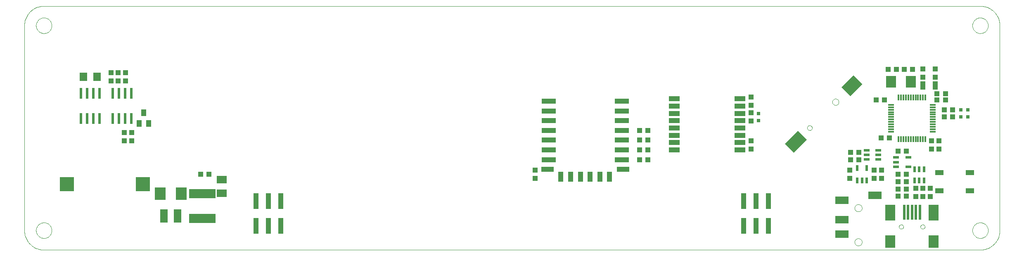
<source format=gtp>
G75*
G70*
%OFA0B0*%
%FSLAX24Y24*%
%IPPOS*%
%LPD*%
%AMOC8*
5,1,8,0,0,1.08239X$1,22.5*
%
%ADD10C,0.0000*%
%ADD11R,0.0433X0.0394*%
%ADD12R,0.1024X0.1476*%
%ADD13R,0.1024X0.1378*%
%ADD14R,0.0394X0.0433*%
%ADD15R,0.0315X0.0315*%
%ADD16R,0.0787X0.0984*%
%ADD17R,0.0787X0.1299*%
%ADD18R,0.0197X0.1220*%
%ADD19R,0.0472X0.0217*%
%ADD20R,0.1181X0.1181*%
%ADD21R,0.0236X0.0866*%
%ADD22R,0.0394X0.0551*%
%ADD23R,0.0630X0.0710*%
%ADD24R,0.0906X0.0984*%
%ADD25R,0.2165X0.0728*%
%ADD26R,0.0630X0.1063*%
%ADD27R,0.0787X0.0630*%
%ADD28R,0.0709X0.0433*%
%ADD29R,0.0118X0.0472*%
%ADD30R,0.0472X0.0118*%
%ADD31R,0.0236X0.0472*%
%ADD32R,0.0472X0.0236*%
%ADD33R,0.1102X0.0591*%
%ADD34R,0.0787X0.0945*%
%ADD35R,0.0217X0.0472*%
%ADD36R,0.0394X0.0709*%
%ADD37R,0.0860X0.0420*%
%ADD38R,0.0400X0.1300*%
%ADD39R,0.0394X0.0787*%
%ADD40R,0.0984X0.0394*%
%ADD41R,0.1181X0.0394*%
D10*
X001725Y000937D02*
X077315Y000937D01*
X076685Y002512D02*
X076687Y002562D01*
X076693Y002612D01*
X076703Y002661D01*
X076717Y002709D01*
X076734Y002756D01*
X076755Y002801D01*
X076780Y002845D01*
X076808Y002886D01*
X076840Y002925D01*
X076874Y002962D01*
X076911Y002996D01*
X076951Y003026D01*
X076993Y003053D01*
X077037Y003077D01*
X077083Y003098D01*
X077130Y003114D01*
X077178Y003127D01*
X077228Y003136D01*
X077277Y003141D01*
X077328Y003142D01*
X077378Y003139D01*
X077427Y003132D01*
X077476Y003121D01*
X077524Y003106D01*
X077570Y003088D01*
X077615Y003066D01*
X077658Y003040D01*
X077699Y003011D01*
X077738Y002979D01*
X077774Y002944D01*
X077806Y002906D01*
X077836Y002866D01*
X077863Y002823D01*
X077886Y002779D01*
X077905Y002733D01*
X077921Y002685D01*
X077933Y002636D01*
X077941Y002587D01*
X077945Y002537D01*
X077945Y002487D01*
X077941Y002437D01*
X077933Y002388D01*
X077921Y002339D01*
X077905Y002291D01*
X077886Y002245D01*
X077863Y002201D01*
X077836Y002158D01*
X077806Y002118D01*
X077774Y002080D01*
X077738Y002045D01*
X077699Y002013D01*
X077658Y001984D01*
X077615Y001958D01*
X077570Y001936D01*
X077524Y001918D01*
X077476Y001903D01*
X077427Y001892D01*
X077378Y001885D01*
X077328Y001882D01*
X077277Y001883D01*
X077228Y001888D01*
X077178Y001897D01*
X077130Y001910D01*
X077083Y001926D01*
X077037Y001947D01*
X076993Y001971D01*
X076951Y001998D01*
X076911Y002028D01*
X076874Y002062D01*
X076840Y002099D01*
X076808Y002138D01*
X076780Y002179D01*
X076755Y002223D01*
X076734Y002268D01*
X076717Y002315D01*
X076703Y002363D01*
X076693Y002412D01*
X076687Y002462D01*
X076685Y002512D01*
X077315Y000937D02*
X077392Y000939D01*
X077469Y000945D01*
X077546Y000954D01*
X077622Y000967D01*
X077698Y000984D01*
X077772Y001005D01*
X077846Y001029D01*
X077918Y001057D01*
X077988Y001088D01*
X078057Y001123D01*
X078125Y001161D01*
X078190Y001202D01*
X078253Y001247D01*
X078314Y001295D01*
X078373Y001345D01*
X078429Y001398D01*
X078482Y001454D01*
X078532Y001513D01*
X078580Y001574D01*
X078625Y001637D01*
X078666Y001702D01*
X078704Y001770D01*
X078739Y001839D01*
X078770Y001909D01*
X078798Y001981D01*
X078822Y002055D01*
X078843Y002129D01*
X078860Y002205D01*
X078873Y002281D01*
X078882Y002358D01*
X078888Y002435D01*
X078890Y002512D01*
X078890Y019048D01*
X076685Y019048D02*
X076687Y019098D01*
X076693Y019148D01*
X076703Y019197D01*
X076717Y019245D01*
X076734Y019292D01*
X076755Y019337D01*
X076780Y019381D01*
X076808Y019422D01*
X076840Y019461D01*
X076874Y019498D01*
X076911Y019532D01*
X076951Y019562D01*
X076993Y019589D01*
X077037Y019613D01*
X077083Y019634D01*
X077130Y019650D01*
X077178Y019663D01*
X077228Y019672D01*
X077277Y019677D01*
X077328Y019678D01*
X077378Y019675D01*
X077427Y019668D01*
X077476Y019657D01*
X077524Y019642D01*
X077570Y019624D01*
X077615Y019602D01*
X077658Y019576D01*
X077699Y019547D01*
X077738Y019515D01*
X077774Y019480D01*
X077806Y019442D01*
X077836Y019402D01*
X077863Y019359D01*
X077886Y019315D01*
X077905Y019269D01*
X077921Y019221D01*
X077933Y019172D01*
X077941Y019123D01*
X077945Y019073D01*
X077945Y019023D01*
X077941Y018973D01*
X077933Y018924D01*
X077921Y018875D01*
X077905Y018827D01*
X077886Y018781D01*
X077863Y018737D01*
X077836Y018694D01*
X077806Y018654D01*
X077774Y018616D01*
X077738Y018581D01*
X077699Y018549D01*
X077658Y018520D01*
X077615Y018494D01*
X077570Y018472D01*
X077524Y018454D01*
X077476Y018439D01*
X077427Y018428D01*
X077378Y018421D01*
X077328Y018418D01*
X077277Y018419D01*
X077228Y018424D01*
X077178Y018433D01*
X077130Y018446D01*
X077083Y018462D01*
X077037Y018483D01*
X076993Y018507D01*
X076951Y018534D01*
X076911Y018564D01*
X076874Y018598D01*
X076840Y018635D01*
X076808Y018674D01*
X076780Y018715D01*
X076755Y018759D01*
X076734Y018804D01*
X076717Y018851D01*
X076703Y018899D01*
X076693Y018948D01*
X076687Y018998D01*
X076685Y019048D01*
X077315Y020623D02*
X077392Y020621D01*
X077469Y020615D01*
X077546Y020606D01*
X077622Y020593D01*
X077698Y020576D01*
X077772Y020555D01*
X077846Y020531D01*
X077918Y020503D01*
X077988Y020472D01*
X078057Y020437D01*
X078125Y020399D01*
X078190Y020358D01*
X078253Y020313D01*
X078314Y020265D01*
X078373Y020215D01*
X078429Y020162D01*
X078482Y020106D01*
X078532Y020047D01*
X078580Y019986D01*
X078625Y019923D01*
X078666Y019858D01*
X078704Y019790D01*
X078739Y019721D01*
X078770Y019651D01*
X078798Y019579D01*
X078822Y019505D01*
X078843Y019431D01*
X078860Y019355D01*
X078873Y019279D01*
X078882Y019202D01*
X078888Y019125D01*
X078890Y019048D01*
X077315Y020622D02*
X001725Y020622D01*
X001095Y019048D02*
X001097Y019098D01*
X001103Y019148D01*
X001113Y019197D01*
X001127Y019245D01*
X001144Y019292D01*
X001165Y019337D01*
X001190Y019381D01*
X001218Y019422D01*
X001250Y019461D01*
X001284Y019498D01*
X001321Y019532D01*
X001361Y019562D01*
X001403Y019589D01*
X001447Y019613D01*
X001493Y019634D01*
X001540Y019650D01*
X001588Y019663D01*
X001638Y019672D01*
X001687Y019677D01*
X001738Y019678D01*
X001788Y019675D01*
X001837Y019668D01*
X001886Y019657D01*
X001934Y019642D01*
X001980Y019624D01*
X002025Y019602D01*
X002068Y019576D01*
X002109Y019547D01*
X002148Y019515D01*
X002184Y019480D01*
X002216Y019442D01*
X002246Y019402D01*
X002273Y019359D01*
X002296Y019315D01*
X002315Y019269D01*
X002331Y019221D01*
X002343Y019172D01*
X002351Y019123D01*
X002355Y019073D01*
X002355Y019023D01*
X002351Y018973D01*
X002343Y018924D01*
X002331Y018875D01*
X002315Y018827D01*
X002296Y018781D01*
X002273Y018737D01*
X002246Y018694D01*
X002216Y018654D01*
X002184Y018616D01*
X002148Y018581D01*
X002109Y018549D01*
X002068Y018520D01*
X002025Y018494D01*
X001980Y018472D01*
X001934Y018454D01*
X001886Y018439D01*
X001837Y018428D01*
X001788Y018421D01*
X001738Y018418D01*
X001687Y018419D01*
X001638Y018424D01*
X001588Y018433D01*
X001540Y018446D01*
X001493Y018462D01*
X001447Y018483D01*
X001403Y018507D01*
X001361Y018534D01*
X001321Y018564D01*
X001284Y018598D01*
X001250Y018635D01*
X001218Y018674D01*
X001190Y018715D01*
X001165Y018759D01*
X001144Y018804D01*
X001127Y018851D01*
X001113Y018899D01*
X001103Y018948D01*
X001097Y018998D01*
X001095Y019048D01*
X000150Y019048D02*
X000152Y019125D01*
X000158Y019202D01*
X000167Y019279D01*
X000180Y019355D01*
X000197Y019431D01*
X000218Y019505D01*
X000242Y019579D01*
X000270Y019651D01*
X000301Y019721D01*
X000336Y019790D01*
X000374Y019858D01*
X000415Y019923D01*
X000460Y019986D01*
X000508Y020047D01*
X000558Y020106D01*
X000611Y020162D01*
X000667Y020215D01*
X000726Y020265D01*
X000787Y020313D01*
X000850Y020358D01*
X000915Y020399D01*
X000983Y020437D01*
X001052Y020472D01*
X001122Y020503D01*
X001194Y020531D01*
X001268Y020555D01*
X001342Y020576D01*
X001418Y020593D01*
X001494Y020606D01*
X001571Y020615D01*
X001648Y020621D01*
X001725Y020623D01*
X000150Y019048D02*
X000150Y002512D01*
X001095Y002512D02*
X001097Y002562D01*
X001103Y002612D01*
X001113Y002661D01*
X001127Y002709D01*
X001144Y002756D01*
X001165Y002801D01*
X001190Y002845D01*
X001218Y002886D01*
X001250Y002925D01*
X001284Y002962D01*
X001321Y002996D01*
X001361Y003026D01*
X001403Y003053D01*
X001447Y003077D01*
X001493Y003098D01*
X001540Y003114D01*
X001588Y003127D01*
X001638Y003136D01*
X001687Y003141D01*
X001738Y003142D01*
X001788Y003139D01*
X001837Y003132D01*
X001886Y003121D01*
X001934Y003106D01*
X001980Y003088D01*
X002025Y003066D01*
X002068Y003040D01*
X002109Y003011D01*
X002148Y002979D01*
X002184Y002944D01*
X002216Y002906D01*
X002246Y002866D01*
X002273Y002823D01*
X002296Y002779D01*
X002315Y002733D01*
X002331Y002685D01*
X002343Y002636D01*
X002351Y002587D01*
X002355Y002537D01*
X002355Y002487D01*
X002351Y002437D01*
X002343Y002388D01*
X002331Y002339D01*
X002315Y002291D01*
X002296Y002245D01*
X002273Y002201D01*
X002246Y002158D01*
X002216Y002118D01*
X002184Y002080D01*
X002148Y002045D01*
X002109Y002013D01*
X002068Y001984D01*
X002025Y001958D01*
X001980Y001936D01*
X001934Y001918D01*
X001886Y001903D01*
X001837Y001892D01*
X001788Y001885D01*
X001738Y001882D01*
X001687Y001883D01*
X001638Y001888D01*
X001588Y001897D01*
X001540Y001910D01*
X001493Y001926D01*
X001447Y001947D01*
X001403Y001971D01*
X001361Y001998D01*
X001321Y002028D01*
X001284Y002062D01*
X001250Y002099D01*
X001218Y002138D01*
X001190Y002179D01*
X001165Y002223D01*
X001144Y002268D01*
X001127Y002315D01*
X001113Y002363D01*
X001103Y002412D01*
X001097Y002462D01*
X001095Y002512D01*
X000150Y002512D02*
X000152Y002435D01*
X000158Y002358D01*
X000167Y002281D01*
X000180Y002205D01*
X000197Y002129D01*
X000218Y002055D01*
X000242Y001981D01*
X000270Y001909D01*
X000301Y001839D01*
X000336Y001770D01*
X000374Y001702D01*
X000415Y001637D01*
X000460Y001574D01*
X000508Y001513D01*
X000558Y001454D01*
X000611Y001398D01*
X000667Y001345D01*
X000726Y001295D01*
X000787Y001247D01*
X000850Y001202D01*
X000915Y001161D01*
X000983Y001123D01*
X001052Y001088D01*
X001122Y001057D01*
X001194Y001029D01*
X001268Y001005D01*
X001342Y000984D01*
X001418Y000967D01*
X001494Y000954D01*
X001571Y000945D01*
X001648Y000939D01*
X001725Y000937D01*
X063349Y010790D02*
X063351Y010817D01*
X063357Y010844D01*
X063366Y010870D01*
X063379Y010894D01*
X063395Y010917D01*
X063414Y010936D01*
X063436Y010953D01*
X063460Y010967D01*
X063485Y010977D01*
X063512Y010984D01*
X063539Y010987D01*
X063567Y010986D01*
X063594Y010981D01*
X063620Y010973D01*
X063644Y010961D01*
X063667Y010945D01*
X063688Y010927D01*
X063705Y010906D01*
X063720Y010882D01*
X063731Y010857D01*
X063739Y010831D01*
X063743Y010804D01*
X063743Y010776D01*
X063739Y010749D01*
X063731Y010723D01*
X063720Y010698D01*
X063705Y010674D01*
X063688Y010653D01*
X063667Y010635D01*
X063645Y010619D01*
X063620Y010607D01*
X063594Y010599D01*
X063567Y010594D01*
X063539Y010593D01*
X063512Y010596D01*
X063485Y010603D01*
X063460Y010613D01*
X063436Y010627D01*
X063414Y010644D01*
X063395Y010663D01*
X063379Y010686D01*
X063366Y010710D01*
X063357Y010736D01*
X063351Y010763D01*
X063349Y010790D01*
X065378Y012878D02*
X065380Y012909D01*
X065386Y012940D01*
X065395Y012970D01*
X065408Y012999D01*
X065425Y013026D01*
X065445Y013050D01*
X065467Y013072D01*
X065493Y013091D01*
X065520Y013107D01*
X065549Y013119D01*
X065579Y013128D01*
X065610Y013133D01*
X065642Y013134D01*
X065673Y013131D01*
X065704Y013124D01*
X065734Y013114D01*
X065762Y013100D01*
X065788Y013082D01*
X065812Y013062D01*
X065833Y013038D01*
X065852Y013013D01*
X065867Y012985D01*
X065878Y012956D01*
X065886Y012925D01*
X065890Y012894D01*
X065890Y012862D01*
X065886Y012831D01*
X065878Y012800D01*
X065867Y012771D01*
X065852Y012743D01*
X065833Y012718D01*
X065812Y012694D01*
X065788Y012674D01*
X065762Y012656D01*
X065734Y012642D01*
X065704Y012632D01*
X065673Y012625D01*
X065642Y012622D01*
X065610Y012623D01*
X065579Y012628D01*
X065549Y012637D01*
X065520Y012649D01*
X065493Y012665D01*
X065467Y012684D01*
X065445Y012706D01*
X065425Y012730D01*
X065408Y012757D01*
X065395Y012786D01*
X065386Y012816D01*
X065380Y012847D01*
X065378Y012878D01*
X067178Y004323D02*
X067180Y004357D01*
X067186Y004391D01*
X067196Y004424D01*
X067209Y004455D01*
X067227Y004485D01*
X067247Y004513D01*
X067271Y004538D01*
X067297Y004560D01*
X067325Y004578D01*
X067356Y004594D01*
X067388Y004606D01*
X067422Y004614D01*
X067456Y004618D01*
X067490Y004618D01*
X067524Y004614D01*
X067558Y004606D01*
X067590Y004594D01*
X067620Y004578D01*
X067649Y004560D01*
X067675Y004538D01*
X067699Y004513D01*
X067719Y004485D01*
X067737Y004455D01*
X067750Y004424D01*
X067760Y004391D01*
X067766Y004357D01*
X067768Y004323D01*
X067766Y004289D01*
X067760Y004255D01*
X067750Y004222D01*
X067737Y004191D01*
X067719Y004161D01*
X067699Y004133D01*
X067675Y004108D01*
X067649Y004086D01*
X067621Y004068D01*
X067590Y004052D01*
X067558Y004040D01*
X067524Y004032D01*
X067490Y004028D01*
X067456Y004028D01*
X067422Y004032D01*
X067388Y004040D01*
X067356Y004052D01*
X067325Y004068D01*
X067297Y004086D01*
X067271Y004108D01*
X067247Y004133D01*
X067227Y004161D01*
X067209Y004191D01*
X067196Y004222D01*
X067186Y004255D01*
X067180Y004289D01*
X067178Y004323D01*
X070760Y002807D02*
X070762Y002833D01*
X070768Y002859D01*
X070778Y002884D01*
X070791Y002907D01*
X070807Y002927D01*
X070827Y002945D01*
X070849Y002960D01*
X070872Y002972D01*
X070898Y002980D01*
X070924Y002984D01*
X070950Y002984D01*
X070976Y002980D01*
X071002Y002972D01*
X071026Y002960D01*
X071047Y002945D01*
X071067Y002927D01*
X071083Y002907D01*
X071096Y002884D01*
X071106Y002859D01*
X071112Y002833D01*
X071114Y002807D01*
X071112Y002781D01*
X071106Y002755D01*
X071096Y002730D01*
X071083Y002707D01*
X071067Y002687D01*
X071047Y002669D01*
X071025Y002654D01*
X071002Y002642D01*
X070976Y002634D01*
X070950Y002630D01*
X070924Y002630D01*
X070898Y002634D01*
X070872Y002642D01*
X070848Y002654D01*
X070827Y002669D01*
X070807Y002687D01*
X070791Y002707D01*
X070778Y002730D01*
X070768Y002755D01*
X070762Y002781D01*
X070760Y002807D01*
X072493Y002807D02*
X072495Y002833D01*
X072501Y002859D01*
X072511Y002884D01*
X072524Y002907D01*
X072540Y002927D01*
X072560Y002945D01*
X072582Y002960D01*
X072605Y002972D01*
X072631Y002980D01*
X072657Y002984D01*
X072683Y002984D01*
X072709Y002980D01*
X072735Y002972D01*
X072759Y002960D01*
X072780Y002945D01*
X072800Y002927D01*
X072816Y002907D01*
X072829Y002884D01*
X072839Y002859D01*
X072845Y002833D01*
X072847Y002807D01*
X072845Y002781D01*
X072839Y002755D01*
X072829Y002730D01*
X072816Y002707D01*
X072800Y002687D01*
X072780Y002669D01*
X072758Y002654D01*
X072735Y002642D01*
X072709Y002634D01*
X072683Y002630D01*
X072657Y002630D01*
X072631Y002634D01*
X072605Y002642D01*
X072581Y002654D01*
X072560Y002669D01*
X072540Y002687D01*
X072524Y002707D01*
X072511Y002730D01*
X072501Y002755D01*
X072495Y002781D01*
X072493Y002807D01*
X067178Y001567D02*
X067180Y001601D01*
X067186Y001635D01*
X067196Y001668D01*
X067209Y001699D01*
X067227Y001729D01*
X067247Y001757D01*
X067271Y001782D01*
X067297Y001804D01*
X067325Y001822D01*
X067356Y001838D01*
X067388Y001850D01*
X067422Y001858D01*
X067456Y001862D01*
X067490Y001862D01*
X067524Y001858D01*
X067558Y001850D01*
X067590Y001838D01*
X067620Y001822D01*
X067649Y001804D01*
X067675Y001782D01*
X067699Y001757D01*
X067719Y001729D01*
X067737Y001699D01*
X067750Y001668D01*
X067760Y001635D01*
X067766Y001601D01*
X067768Y001567D01*
X067766Y001533D01*
X067760Y001499D01*
X067750Y001466D01*
X067737Y001435D01*
X067719Y001405D01*
X067699Y001377D01*
X067675Y001352D01*
X067649Y001330D01*
X067621Y001312D01*
X067590Y001296D01*
X067558Y001284D01*
X067524Y001276D01*
X067490Y001272D01*
X067456Y001272D01*
X067422Y001276D01*
X067388Y001284D01*
X067356Y001296D01*
X067325Y001312D01*
X067297Y001330D01*
X067271Y001352D01*
X067247Y001377D01*
X067227Y001405D01*
X067209Y001435D01*
X067196Y001466D01*
X067186Y001499D01*
X067180Y001533D01*
X067178Y001567D01*
D11*
X072099Y005229D03*
X072689Y005229D03*
X073280Y005229D03*
X073280Y005898D03*
X072689Y005898D03*
X072099Y005898D03*
X071351Y006449D03*
X070681Y006449D03*
X070681Y007040D03*
X071351Y007040D03*
X071351Y008910D03*
X070681Y008910D03*
X073969Y009067D03*
X073969Y009737D03*
X069973Y009993D03*
X069304Y009993D03*
X058811Y011331D03*
X058811Y012000D03*
X058811Y012611D03*
X058811Y013280D03*
X068910Y013044D03*
X069579Y013044D03*
X073831Y013044D03*
X074500Y013044D03*
X074500Y013536D03*
X073831Y013536D03*
X071843Y015504D03*
X071174Y015504D03*
X070563Y015504D03*
X069894Y015504D03*
X007729Y015248D03*
X007729Y014579D03*
D12*
G36*
X062591Y010559D02*
X063315Y009835D01*
X062273Y008793D01*
X061549Y009517D01*
X062591Y010559D01*
G37*
D13*
G36*
X067081Y015049D02*
X067805Y014325D01*
X066831Y013351D01*
X066107Y014075D01*
X067081Y015049D01*
G37*
D14*
X072689Y014874D03*
X073674Y014874D03*
X073674Y015544D03*
X072689Y015544D03*
X074422Y012256D03*
X075091Y012256D03*
X075091Y011666D03*
X074422Y011666D03*
X073378Y009737D03*
X073378Y009067D03*
X067512Y008811D03*
X066843Y008811D03*
X066843Y008221D03*
X067512Y008221D03*
X066784Y007374D03*
X068752Y007374D03*
X069343Y007374D03*
X069343Y006705D03*
X068752Y006705D03*
X066784Y006705D03*
X070681Y005859D03*
X071351Y005859D03*
X071351Y005268D03*
X070681Y005268D03*
X058811Y009067D03*
X058811Y009737D03*
X050485Y009796D03*
X049815Y009796D03*
X049815Y010583D03*
X050485Y010583D03*
X050485Y009008D03*
X049815Y009008D03*
X049815Y008221D03*
X050485Y008221D03*
X041390Y007374D03*
X041390Y006705D03*
X015052Y007040D03*
X014382Y007040D03*
X008811Y009756D03*
X008221Y009756D03*
X008221Y010426D03*
X008811Y010426D03*
X008319Y014579D03*
X007138Y014579D03*
X007138Y015248D03*
X008319Y015248D03*
D15*
X059402Y011961D03*
X059402Y011370D03*
X075741Y011666D03*
X076331Y011666D03*
X076331Y012256D03*
X075741Y012256D03*
D16*
X073556Y001626D03*
X070052Y001626D03*
D17*
X070052Y003949D03*
X073556Y003949D03*
D18*
X072433Y003989D03*
X072119Y003989D03*
X071804Y003989D03*
X071489Y003989D03*
X071174Y003989D03*
D19*
X071528Y007650D03*
X070504Y007650D03*
X070504Y008024D03*
X070504Y008398D03*
X071528Y008398D03*
D20*
X009717Y006252D03*
X003575Y006252D03*
D21*
X004715Y011528D03*
X005215Y011528D03*
X005715Y011528D03*
X006215Y011528D03*
X007274Y011528D03*
X007774Y011528D03*
X008274Y011528D03*
X008774Y011528D03*
X008774Y013575D03*
X008274Y013575D03*
X007774Y013575D03*
X007274Y013575D03*
X006215Y013575D03*
X005715Y013575D03*
X005215Y013575D03*
X004715Y013575D03*
D22*
X009796Y012000D03*
X010170Y011134D03*
X009422Y011134D03*
D23*
X006025Y014914D03*
X004905Y014914D03*
D24*
X011115Y005465D03*
X012807Y005465D03*
D25*
X014520Y005485D03*
X014520Y003477D03*
D26*
X012512Y003693D03*
X011410Y003693D03*
D27*
X016095Y005504D03*
X016095Y006607D03*
D28*
X074028Y007178D03*
X076469Y007178D03*
X076469Y005721D03*
X074028Y005721D03*
D29*
X072886Y009894D03*
X072689Y009894D03*
X072493Y009894D03*
X072296Y009894D03*
X072099Y009894D03*
X071902Y009894D03*
X071705Y009894D03*
X071508Y009894D03*
X071311Y009894D03*
X071115Y009894D03*
X070918Y009894D03*
X070721Y009894D03*
X070721Y013241D03*
X070918Y013241D03*
X071115Y013241D03*
X071311Y013241D03*
X071508Y013241D03*
X071705Y013241D03*
X071902Y013241D03*
X072099Y013241D03*
X072296Y013241D03*
X072493Y013241D03*
X072689Y013241D03*
X072886Y013241D03*
D30*
X073477Y012650D03*
X073477Y012453D03*
X073477Y012256D03*
X073477Y012059D03*
X073477Y011863D03*
X073477Y011666D03*
X073477Y011469D03*
X073477Y011272D03*
X073477Y011075D03*
X073477Y010878D03*
X073477Y010681D03*
X073477Y010485D03*
X070130Y010485D03*
X070130Y010681D03*
X070130Y010878D03*
X070130Y011075D03*
X070130Y011272D03*
X070130Y011469D03*
X070130Y011666D03*
X070130Y011863D03*
X070130Y012059D03*
X070130Y012256D03*
X070130Y012453D03*
X070130Y012650D03*
D31*
X072020Y007433D03*
X072394Y007433D03*
X072768Y007433D03*
X072768Y006528D03*
X072394Y006528D03*
X072020Y006528D03*
D32*
X069067Y008241D03*
X068162Y008241D03*
X068162Y008615D03*
X069067Y008615D03*
X069067Y008989D03*
X068162Y008989D03*
D33*
X068811Y005347D03*
X066134Y004953D03*
X066134Y003378D03*
X066134Y002197D03*
D34*
X070130Y014520D03*
X071705Y014520D03*
D35*
X068142Y007552D03*
X067394Y007552D03*
X067394Y006528D03*
X067768Y006528D03*
X068142Y006528D03*
D36*
X072689Y014225D03*
X073674Y014225D03*
D37*
X057926Y013142D03*
X057926Y012552D03*
X057926Y011961D03*
X057926Y011370D03*
X057926Y010780D03*
X057926Y010189D03*
X057926Y009599D03*
X057926Y009008D03*
X052611Y009008D03*
X052611Y009599D03*
X052611Y010189D03*
X052611Y010780D03*
X052611Y011370D03*
X052611Y011961D03*
X052611Y012552D03*
X052611Y013142D03*
D38*
X058205Y004890D03*
X059205Y004890D03*
X060205Y004890D03*
X060205Y002890D03*
X059205Y002890D03*
X058205Y002890D03*
X020835Y002890D03*
X019835Y002890D03*
X018835Y002890D03*
X018835Y004890D03*
X019835Y004890D03*
X020835Y004890D03*
D39*
X043457Y006843D03*
X044244Y006843D03*
X045032Y006843D03*
X045819Y006843D03*
X046607Y006843D03*
X047394Y006843D03*
D40*
X048477Y007433D03*
X042374Y007433D03*
D41*
X042473Y008221D03*
X042473Y009008D03*
X042473Y009796D03*
X042473Y010583D03*
X042473Y011370D03*
X042473Y012158D03*
X042473Y012945D03*
X048378Y012945D03*
X048378Y012158D03*
X048378Y011370D03*
X048378Y010583D03*
X048378Y009796D03*
X048378Y009008D03*
X048378Y008221D03*
M02*

</source>
